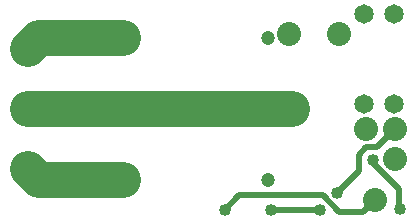
<source format=gbr>
G04 DipTrace 2.4.0.2*
%INBottom.gbr*%
%MOIN*%
%ADD13C,0.12*%
%ADD15C,0.02*%
%ADD19C,0.08*%
%ADD23C,0.0984*%
%ADD24C,0.0472*%
%ADD25C,0.065*%
%ADD28C,0.04*%
%FSLAX44Y44*%
G04*
G70*
G90*
G75*
G01*
%LNBottom*%
%LPD*%
X6952Y12042D2*
D13*
X7312Y12402D1*
X10112D1*
X6952Y10042D2*
X15742D1*
Y10040D1*
X10112Y7678D2*
X7316D1*
X6952Y8042D1*
X17252Y7252D2*
D15*
X17972Y7972D1*
Y8522D1*
X18212Y8762D1*
X18582D1*
X19202Y9382D1*
X18452Y8352D2*
Y8232D1*
X19312Y7372D1*
Y6762D1*
X19362Y6712D1*
X13512Y6682D2*
X13992Y7162D1*
X16772D1*
X17312Y6622D1*
X18132D1*
X18592Y7082D1*
Y6992D1*
X18532D1*
X15062Y6682D2*
X16672D1*
D28*
X19362Y6712D3*
X17252Y7252D3*
X18452Y8352D3*
X16672Y6682D3*
X13512D3*
X15062D3*
D19*
X19202Y9382D3*
Y8382D3*
X15642Y12532D3*
X18532Y6992D3*
X18222Y9382D3*
D23*
X10112Y12402D3*
Y7678D3*
D24*
X14955Y12402D3*
Y7678D3*
D23*
X15742Y10040D3*
X6952Y12042D3*
Y10042D3*
Y8042D3*
D25*
X18150Y10193D3*
X19150D3*
Y13193D3*
X18150D3*
D19*
X17312Y12532D3*
M02*

</source>
